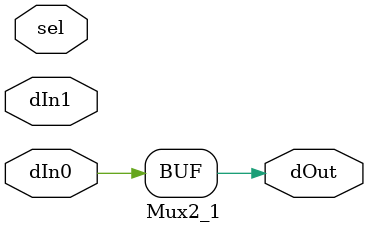
<source format=v>


// Author(s)      : Luke Canny
// Organisation   : University of Galway
// Email          : l.canny3@universityofgalway.ie
// Date           : 18/04/2024

// Description
// 2 bit in, 1 bit out

// entity signal dictionary
// dIn0	datapath 0
// dIn1	datapath 1
// sel	selector
// dOut	datapath out

// internal signal dictionary
// None

// Title Section End
// module declaration
module Mux2_1(
		dIn0,
		dIn1,
		sel,
		dOut
	);

	// Port definitions
	input  dIn0;
	input  dIn1;
	input  sel;
	output  dOut;

    reg  dOut;

    // Internal signal declarations
    // None

    always @(sel)
    begin : asgnOutput_p
    	dOut = dIn0; // Default assignment
    /// if sel == 1'b1 then
    /// 	dOut <= dIn1
    end

endmodule


</source>
